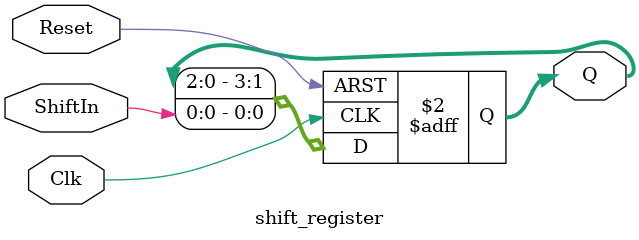
<source format=v>
module shift_register (
    input wire Clk, Reset,
    input wire ShiftIn,
    output reg [3:0] Q
);
    always @(posedge Clk or posedge Reset) begin
        if (Reset)
            Q <= 4'b0000;
        else
            Q <= {Q[2:0], ShiftIn};  // Desloca para a direita
    end
endmodule

// Um Shift Register desloca os bits de entrada para a direita ou esquerda.
</source>
